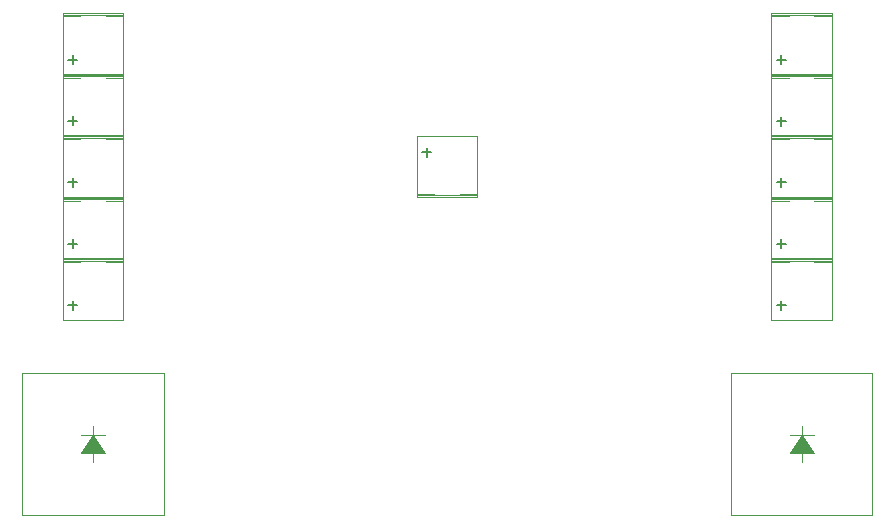
<source format=gto>
G04 #@! TF.GenerationSoftware,KiCad,Pcbnew,5.1.10-6.fc34*
G04 #@! TF.CreationDate,2021-10-25T16:54:18+02:00*
G04 #@! TF.ProjectId,Amp Module,416d7020-4d6f-4647-956c-652e6b696361,rev?*
G04 #@! TF.SameCoordinates,Original*
G04 #@! TF.FileFunction,Legend,Top*
G04 #@! TF.FilePolarity,Positive*
%FSLAX46Y46*%
G04 Gerber Fmt 4.6, Leading zero omitted, Abs format (unit mm)*
G04 Created by KiCad (PCBNEW 5.1.10-6.fc34) date 2021-10-25 16:54:18*
%MOMM*%
%LPD*%
G01*
G04 APERTURE LIST*
%ADD10C,0.150000*%
%ADD11C,0.100000*%
%ADD12C,0.120000*%
%ADD13C,2.000000*%
%ADD14R,2.000000X2.000000*%
%ADD15C,1.000000*%
%ADD16C,1.700000*%
%ADD17C,1.620000*%
%ADD18C,1.800000*%
%ADD19R,1.800000X1.800000*%
G04 APERTURE END LIST*
D10*
X117899132Y-28541428D02*
X117137227Y-28541428D01*
X117518180Y-28922380D02*
X117518180Y-28160476D01*
X147899072Y-25906468D02*
X147137167Y-25906468D01*
X147518120Y-26287420D02*
X147518120Y-25525516D01*
X147899072Y-31106468D02*
X147137167Y-31106468D01*
X147518120Y-31487420D02*
X147518120Y-30725516D01*
X147899072Y-41506468D02*
X147137167Y-41506468D01*
X147518120Y-41887420D02*
X147518120Y-41125516D01*
X147899072Y-20706468D02*
X147137167Y-20706468D01*
X147518120Y-21087420D02*
X147518120Y-20325516D01*
X147899072Y-36306468D02*
X147137167Y-36306468D01*
X147518120Y-36687420D02*
X147518120Y-35925516D01*
X87899192Y-41503928D02*
X87137287Y-41503928D01*
X87518240Y-41884880D02*
X87518240Y-41122976D01*
X87899192Y-36303928D02*
X87137287Y-36303928D01*
X87518240Y-36684880D02*
X87518240Y-35922976D01*
X87899192Y-31103928D02*
X87137287Y-31103928D01*
X87518240Y-31484880D02*
X87518240Y-30722976D01*
X87899192Y-25903928D02*
X87137287Y-25903928D01*
X87518240Y-26284880D02*
X87518240Y-25522976D01*
X87899192Y-20703928D02*
X87137287Y-20703928D01*
X87518240Y-21084880D02*
X87518240Y-20322976D01*
D11*
G36*
X150256000Y-54002000D02*
G01*
X148224000Y-54002000D01*
X149240000Y-52478000D01*
X150256000Y-54002000D01*
G37*
X150256000Y-54002000D02*
X148224000Y-54002000D01*
X149240000Y-52478000D01*
X150256000Y-54002000D01*
D12*
X148224000Y-52478000D02*
X150256000Y-52478000D01*
X150256000Y-52478000D02*
X149240000Y-52478000D01*
X149240000Y-52478000D02*
X149240000Y-51716000D01*
X149240000Y-54002000D02*
X149240000Y-54764000D01*
X143240000Y-47240000D02*
X143240000Y-59240000D01*
X143240000Y-59240000D02*
X155240000Y-59240000D01*
X155240000Y-59240000D02*
X155240000Y-47240000D01*
X143240000Y-47240000D02*
X155240000Y-47240000D01*
X83240000Y-47240000D02*
X95240000Y-47240000D01*
X95240000Y-59240000D02*
X95240000Y-47240000D01*
X83240000Y-59240000D02*
X95240000Y-59240000D01*
X83240000Y-47240000D02*
X83240000Y-59240000D01*
X89240000Y-54002000D02*
X89240000Y-54764000D01*
X89240000Y-52478000D02*
X89240000Y-51716000D01*
X90256000Y-52478000D02*
X89240000Y-52478000D01*
X88224000Y-52478000D02*
X90256000Y-52478000D01*
D11*
G36*
X90256000Y-54002000D02*
G01*
X88224000Y-54002000D01*
X89240000Y-52478000D01*
X90256000Y-54002000D01*
G37*
X90256000Y-54002000D02*
X88224000Y-54002000D01*
X89240000Y-52478000D01*
X90256000Y-54002000D01*
D12*
X91800000Y-37602500D02*
X91800000Y-42722500D01*
X86680000Y-37602500D02*
X86680000Y-42722500D01*
X91800000Y-37602500D02*
X86680000Y-37602500D01*
X91800000Y-42722500D02*
X86680000Y-42722500D01*
X91800000Y-37722500D02*
X86680000Y-37722500D01*
X91800000Y-37841500D02*
X90320000Y-37841500D01*
X88160000Y-37841500D02*
X86680000Y-37841500D01*
X151800000Y-37602500D02*
X151800000Y-42722500D01*
X146680000Y-37602500D02*
X146680000Y-42722500D01*
X151800000Y-37602500D02*
X146680000Y-37602500D01*
X151800000Y-42722500D02*
X146680000Y-42722500D01*
X151800000Y-37722500D02*
X146680000Y-37722500D01*
X151800000Y-37841500D02*
X150320000Y-37841500D01*
X148160000Y-37841500D02*
X146680000Y-37841500D01*
X120320000Y-32061000D02*
X121800000Y-32061000D01*
X116680000Y-32061000D02*
X118160000Y-32061000D01*
X116680000Y-32180000D02*
X121800000Y-32180000D01*
X116680000Y-27180000D02*
X121800000Y-27180000D01*
X116680000Y-32300000D02*
X121800000Y-32300000D01*
X121800000Y-32300000D02*
X121800000Y-27180000D01*
X116680000Y-32300000D02*
X116680000Y-27180000D01*
X91800000Y-22002500D02*
X91800000Y-27122500D01*
X86680000Y-22002500D02*
X86680000Y-27122500D01*
X91800000Y-22002500D02*
X86680000Y-22002500D01*
X91800000Y-27122500D02*
X86680000Y-27122500D01*
X91800000Y-22122500D02*
X86680000Y-22122500D01*
X91800000Y-22241500D02*
X90320000Y-22241500D01*
X88160000Y-22241500D02*
X86680000Y-22241500D01*
X91800000Y-27202500D02*
X91800000Y-32322500D01*
X86680000Y-27202500D02*
X86680000Y-32322500D01*
X91800000Y-27202500D02*
X86680000Y-27202500D01*
X91800000Y-32322500D02*
X86680000Y-32322500D01*
X91800000Y-27322500D02*
X86680000Y-27322500D01*
X91800000Y-27441500D02*
X90320000Y-27441500D01*
X88160000Y-27441500D02*
X86680000Y-27441500D01*
X88160000Y-32641500D02*
X86680000Y-32641500D01*
X91800000Y-32641500D02*
X90320000Y-32641500D01*
X91800000Y-32522500D02*
X86680000Y-32522500D01*
X91800000Y-37522500D02*
X86680000Y-37522500D01*
X91800000Y-32402500D02*
X86680000Y-32402500D01*
X86680000Y-32402500D02*
X86680000Y-37522500D01*
X91800000Y-32402500D02*
X91800000Y-37522500D01*
X88160000Y-17041500D02*
X86680000Y-17041500D01*
X91800000Y-17041500D02*
X90320000Y-17041500D01*
X91800000Y-16922500D02*
X86680000Y-16922500D01*
X91800000Y-21922500D02*
X86680000Y-21922500D01*
X91800000Y-16802500D02*
X86680000Y-16802500D01*
X86680000Y-16802500D02*
X86680000Y-21922500D01*
X91800000Y-16802500D02*
X91800000Y-21922500D01*
X151800000Y-22002500D02*
X151800000Y-27122500D01*
X146680000Y-22002500D02*
X146680000Y-27122500D01*
X151800000Y-22002500D02*
X146680000Y-22002500D01*
X151800000Y-27122500D02*
X146680000Y-27122500D01*
X151800000Y-22122500D02*
X146680000Y-22122500D01*
X151800000Y-22241500D02*
X150320000Y-22241500D01*
X148160000Y-22241500D02*
X146680000Y-22241500D01*
X148160000Y-27441500D02*
X146680000Y-27441500D01*
X151800000Y-27441500D02*
X150320000Y-27441500D01*
X151800000Y-27322500D02*
X146680000Y-27322500D01*
X151800000Y-32322500D02*
X146680000Y-32322500D01*
X151800000Y-27202500D02*
X146680000Y-27202500D01*
X146680000Y-27202500D02*
X146680000Y-32322500D01*
X151800000Y-27202500D02*
X151800000Y-32322500D01*
X148160000Y-32641500D02*
X146680000Y-32641500D01*
X151800000Y-32641500D02*
X150320000Y-32641500D01*
X151800000Y-32522500D02*
X146680000Y-32522500D01*
X151800000Y-37522500D02*
X146680000Y-37522500D01*
X151800000Y-32402500D02*
X146680000Y-32402500D01*
X146680000Y-32402500D02*
X146680000Y-37522500D01*
X151800000Y-32402500D02*
X151800000Y-37522500D01*
X148160000Y-17041500D02*
X146680000Y-17041500D01*
X151800000Y-17041500D02*
X150320000Y-17041500D01*
X151800000Y-16922500D02*
X146680000Y-16922500D01*
X151800000Y-21922500D02*
X146680000Y-21922500D01*
X151800000Y-16802500D02*
X146680000Y-16802500D01*
X146680000Y-16802500D02*
X146680000Y-21922500D01*
X151800000Y-16802500D02*
X151800000Y-21922500D01*
%LPC*%
D13*
X36740000Y-47890000D03*
X39240000Y-47890000D03*
X34240000Y-47890000D03*
X41740000Y-47890000D03*
D14*
X44240000Y-47890000D03*
X44240000Y-29590000D03*
D13*
X41740000Y-29590000D03*
X34240000Y-29590000D03*
X36740000Y-29590000D03*
X39240000Y-29590000D03*
X47240000Y-37640000D03*
X31240000Y-37640000D03*
X196740000Y-47890000D03*
X199240000Y-47890000D03*
X194240000Y-47890000D03*
X201740000Y-47890000D03*
D14*
X204240000Y-47890000D03*
X204240000Y-29590000D03*
D13*
X201740000Y-29590000D03*
X194240000Y-29590000D03*
X196740000Y-29590000D03*
X199240000Y-29590000D03*
X207240000Y-37640000D03*
X191240000Y-37640000D03*
X149240000Y-50540000D03*
X149240000Y-55940000D03*
X146700000Y-55780000D03*
X146700000Y-50700000D03*
X151780000Y-50700000D03*
X151780000Y-55780000D03*
D15*
X146700000Y-53240000D03*
X86700000Y-53240000D03*
D13*
X91780000Y-55780000D03*
X91780000Y-50700000D03*
X86700000Y-50700000D03*
X86700000Y-55780000D03*
X89240000Y-55940000D03*
X89240000Y-50540000D03*
D16*
X62801500Y-22720300D03*
X60261500Y-22720300D03*
X57721500Y-22720300D03*
X55181500Y-22720300D03*
X52641500Y-22720300D03*
X50101500Y-22720300D03*
X47561500Y-22720300D03*
X45021500Y-22720300D03*
X42481500Y-22720300D03*
X39941500Y-22720300D03*
X37401500Y-22720300D03*
X34861500Y-22720300D03*
X32321500Y-22720300D03*
X29781500Y-22720300D03*
X27241500Y-22720300D03*
X24701500Y-22720300D03*
X22161500Y-22720300D03*
X62801500Y-20180300D03*
X60261500Y-20180300D03*
X57721500Y-20180300D03*
X55181500Y-20180300D03*
X52641500Y-20180300D03*
X50101500Y-20180300D03*
X47561500Y-20180300D03*
X45021500Y-20180300D03*
X42481500Y-20180300D03*
X39941500Y-20180300D03*
X37401500Y-20180300D03*
X34861500Y-20180300D03*
X32321500Y-20180300D03*
X29781500Y-20180300D03*
X27241500Y-20180300D03*
X24701500Y-20180300D03*
G36*
G01*
X21561500Y-19330300D02*
X22761500Y-19330300D01*
G75*
G02*
X23011500Y-19580300I0J-250000D01*
G01*
X23011500Y-20780300D01*
G75*
G02*
X22761500Y-21030300I-250000J0D01*
G01*
X21561500Y-21030300D01*
G75*
G02*
X21311500Y-20780300I0J250000D01*
G01*
X21311500Y-19580300D01*
G75*
G02*
X21561500Y-19330300I250000J0D01*
G01*
G37*
D17*
X128128400Y-27253560D03*
X125628400Y-24753560D03*
X125628400Y-29753560D03*
X69075300Y-38140640D03*
X69075300Y-43140640D03*
X66575300Y-40640640D03*
D18*
X89240000Y-41432500D03*
D19*
X89240000Y-38892500D03*
D18*
X149240000Y-41432500D03*
D19*
X149240000Y-38892500D03*
X119240000Y-31010000D03*
D18*
X119240000Y-28470000D03*
X89240000Y-25832500D03*
D19*
X89240000Y-23292500D03*
D18*
X89240000Y-31032500D03*
D19*
X89240000Y-28492500D03*
X89240000Y-33692500D03*
D18*
X89240000Y-36232500D03*
D19*
X89240000Y-18092500D03*
D18*
X89240000Y-20632500D03*
X149240000Y-25832500D03*
D19*
X149240000Y-23292500D03*
X149240000Y-28492500D03*
D18*
X149240000Y-31032500D03*
D19*
X149240000Y-33692500D03*
D18*
X149240000Y-36232500D03*
D19*
X149240000Y-18092500D03*
D18*
X149240000Y-20632500D03*
G36*
G01*
X21586900Y-54826800D02*
X22786900Y-54826800D01*
G75*
G02*
X23036900Y-55076800I0J-250000D01*
G01*
X23036900Y-56276800D01*
G75*
G02*
X22786900Y-56526800I-250000J0D01*
G01*
X21586900Y-56526800D01*
G75*
G02*
X21336900Y-56276800I0J250000D01*
G01*
X21336900Y-55076800D01*
G75*
G02*
X21586900Y-54826800I250000J0D01*
G01*
G37*
D16*
X24726900Y-55676800D03*
X27266900Y-55676800D03*
X29806900Y-55676800D03*
X32346900Y-55676800D03*
X34886900Y-55676800D03*
X37426900Y-55676800D03*
X39966900Y-55676800D03*
X42506900Y-55676800D03*
X45046900Y-55676800D03*
X47586900Y-55676800D03*
X50126900Y-55676800D03*
X52666900Y-55676800D03*
X55206900Y-55676800D03*
X57746900Y-55676800D03*
X60286900Y-55676800D03*
X62826900Y-55676800D03*
X22186900Y-58216800D03*
X24726900Y-58216800D03*
X27266900Y-58216800D03*
X29806900Y-58216800D03*
X32346900Y-58216800D03*
X34886900Y-58216800D03*
X37426900Y-58216800D03*
X39966900Y-58216800D03*
X42506900Y-58216800D03*
X45046900Y-58216800D03*
X47586900Y-58216800D03*
X50126900Y-58216800D03*
X52666900Y-58216800D03*
X55206900Y-58216800D03*
X57746900Y-58216800D03*
X60286900Y-58216800D03*
X62826900Y-58216800D03*
M02*

</source>
